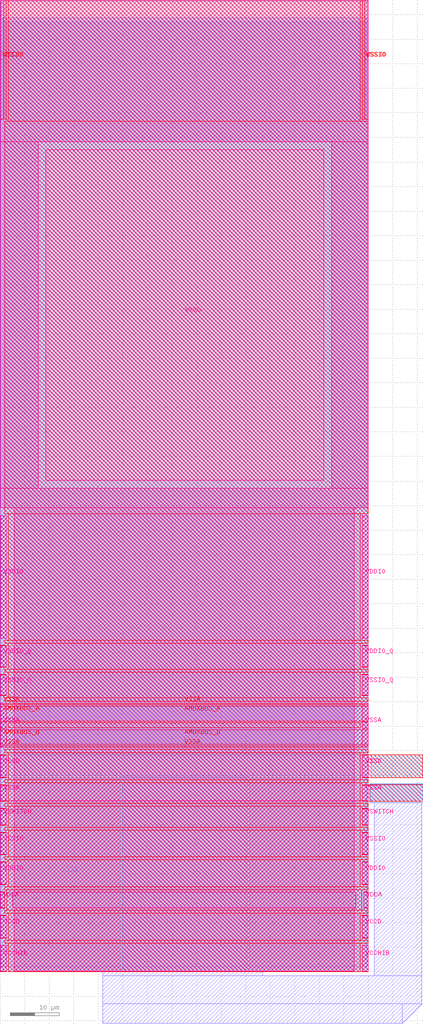
<source format=lef>
VERSION 5.7 ;
  NOWIREEXTENSIONATPIN ON ;
  DIVIDERCHAR "/" ;
  BUSBITCHARS "[]" ;
MACRO sky130_ef_io__vssd_lvc_clamped2_pad
  CLASS PAD GROUND ;
  FOREIGN sky130_ef_io__vssd_lvc_clamped2_pad ;
  ORIGIN 0.000 0.000 ;
  SIZE 75.000 BY 197.965 ;
  PIN AMUXBUS_A
    DIRECTION INOUT ;
    USE SIGNAL ;
    PORT
      LAYER met4 ;
        RECT 0.000 51.090 75.000 54.070 ;
    END
    PORT
      LAYER met4 ;
        RECT 0.000 51.090 1.270 54.070 ;
    END
  END AMUXBUS_A
  PIN AMUXBUS_B
    DIRECTION INOUT ;
    USE SIGNAL ;
    PORT
      LAYER met4 ;
        RECT 0.000 46.330 75.000 49.310 ;
    END
    PORT
      LAYER met4 ;
        RECT 0.000 46.330 1.270 49.310 ;
    END
  END AMUXBUS_B
  PIN VSSA
    DIRECTION INOUT ;
    USE GROUND ;
    PORT
      LAYER met5 ;
        RECT 73.730 45.700 75.000 54.700 ;
    END
    PORT
      LAYER met5 ;
        RECT 73.730 34.805 75.000 38.050 ;
    END
    PORT
      LAYER met5 ;
        RECT 0.000 45.700 1.270 54.700 ;
    END
    PORT
      LAYER met5 ;
        RECT 0.000 34.805 1.270 38.050 ;
    END
    PORT
      LAYER met4 ;
        RECT 73.730 49.610 75.000 50.790 ;
    END
    PORT
      LAYER met4 ;
        RECT 0.000 54.370 75.000 54.700 ;
    END
    PORT
      LAYER met4 ;
        RECT 0.000 45.700 75.000 46.030 ;
    END
    PORT
      LAYER met4 ;
        RECT 73.730 34.700 75.000 38.150 ;
    END
    PORT
      LAYER met4 ;
        RECT 0.000 45.700 1.270 46.030 ;
    END
    PORT
      LAYER met4 ;
        RECT 0.000 49.610 1.270 50.790 ;
    END
    PORT
      LAYER met4 ;
        RECT 0.000 54.370 1.270 54.700 ;
    END
    PORT
      LAYER met4 ;
        RECT 0.000 34.700 1.270 38.150 ;
    END
  END VSSA
  PIN VDDA
    DIRECTION INOUT ;
    USE POWER ;
    PORT
      LAYER met5 ;
        RECT 74.035 13.000 75.000 16.250 ;
    END
    PORT
      LAYER met5 ;
        RECT 0.000 13.000 0.965 16.250 ;
    END
    PORT
      LAYER met4 ;
        RECT 74.035 12.900 75.000 16.350 ;
    END
    PORT
      LAYER met4 ;
        RECT 0.000 12.900 0.965 16.350 ;
    END
  END VDDA
  PIN VSWITCH
    DIRECTION INOUT ;
    USE POWER ;
    PORT
      LAYER met5 ;
        RECT 73.730 29.950 75.000 33.200 ;
    END
    PORT
      LAYER met5 ;
        RECT 0.000 29.950 1.270 33.200 ;
    END
    PORT
      LAYER met4 ;
        RECT 73.730 29.850 75.000 33.300 ;
    END
    PORT
      LAYER met4 ;
        RECT 0.000 29.850 1.270 33.300 ;
    END
  END VSWITCH
  PIN VDDIO_Q
    DIRECTION INOUT ;
    USE POWER ;
    PORT
      LAYER met5 ;
        RECT 73.730 62.150 75.000 66.400 ;
    END
    PORT
      LAYER met5 ;
        RECT 0.000 62.150 1.270 66.400 ;
    END
    PORT
      LAYER met4 ;
        RECT 73.730 62.050 75.000 66.500 ;
    END
    PORT
      LAYER met4 ;
        RECT 0.000 62.050 1.270 66.500 ;
    END
  END VDDIO_Q
  PIN VCCHIB
    DIRECTION INOUT ;
    USE POWER ;
    PORT
      LAYER met5 ;
        RECT 73.730 0.100 75.000 5.350 ;
    END
    PORT
      LAYER met5 ;
        RECT 0.000 0.100 1.270 5.350 ;
    END
    PORT
      LAYER met4 ;
        RECT 73.730 0.000 75.000 5.450 ;
    END
    PORT
      LAYER met4 ;
        RECT 0.000 0.000 1.270 5.450 ;
    END
  END VCCHIB
  PIN VDDIO
    DIRECTION INOUT ;
    USE POWER ;
    PORT
      LAYER met5 ;
        RECT 73.730 68.000 75.000 92.950 ;
    END
    PORT
      LAYER met5 ;
        RECT 73.730 17.850 75.000 22.300 ;
    END
    PORT
      LAYER met5 ;
        RECT 0.000 68.000 1.270 92.950 ;
    END
    PORT
      LAYER met5 ;
        RECT 0.000 17.850 1.270 22.300 ;
    END
    PORT
      LAYER met4 ;
        RECT 73.730 17.750 75.000 22.400 ;
    END
    PORT
      LAYER met4 ;
        RECT 73.730 68.000 75.000 92.965 ;
    END
    PORT
      LAYER met4 ;
        RECT 0.000 17.750 1.270 22.400 ;
    END
    PORT
      LAYER met4 ;
        RECT 0.000 68.000 1.270 92.965 ;
    END
  END VDDIO
  PIN VCCD
    DIRECTION INOUT ;
    USE POWER ;
    PORT
      LAYER met5 ;
        RECT 73.730 6.950 75.000 11.400 ;
    END
    PORT
      LAYER met5 ;
        RECT 0.000 6.950 1.270 11.400 ;
    END
    PORT
      LAYER met4 ;
        RECT 73.730 6.850 75.000 11.500 ;
    END
    PORT
      LAYER met4 ;
        RECT 0.000 6.850 1.270 11.500 ;
    END
  END VCCD
  PIN VSSIO
    DIRECTION INOUT ;
    USE GROUND ;
    PORT
      LAYER met4 ;
        RECT 74.225 173.750 75.000 197.965 ;
    END
    PORT
      LAYER met4 ;
        RECT 0.000 173.750 0.705 197.965 ;
    END
    PORT
      LAYER met5 ;
        RECT 73.730 23.900 75.000 28.350 ;
    END
    PORT
      LAYER met5 ;
        RECT 0.000 23.900 1.270 28.350 ;
    END
    PORT
      LAYER met4 ;
        RECT 73.730 23.800 75.000 28.450 ;
    END
    PORT
      LAYER met4 ;
        RECT 73.730 173.750 75.000 197.965 ;
    END
    PORT
      LAYER met4 ;
        RECT 0.000 173.750 1.270 197.965 ;
    END
    PORT
      LAYER met4 ;
        RECT 0.000 23.800 1.270 28.450 ;
    END
  END VSSIO
  PIN VSSD
    DIRECTION INOUT ;
    USE GROUND ;
    PORT
      LAYER met5 ;
        RECT 9.315 100.105 65.955 167.535 ;
    END
    PORT
      LAYER met3 ;
        RECT 50.755 -0.035 74.700 39.565 ;
    END
    PORT
      LAYER met3 ;
        RECT 0.500 -0.035 24.500 39.565 ;
    END
    PORT
      LAYER met5 ;
        RECT 73.730 39.650 75.000 44.100 ;
    END
    PORT
      LAYER met5 ;
        RECT 0.000 39.650 1.270 44.100 ;
    END
    PORT
      LAYER met4 ;
        RECT 73.730 39.550 75.000 44.200 ;
    END
    PORT
      LAYER met4 ;
        RECT 0.000 39.550 1.270 44.200 ;
    END
  END VSSD
  PIN VSSIO_Q
    DIRECTION INOUT ;
    USE GROUND ;
    PORT
      LAYER met5 ;
        RECT 73.730 56.300 75.000 60.550 ;
    END
    PORT
      LAYER met5 ;
        RECT 0.000 56.300 1.270 60.550 ;
    END
    PORT
      LAYER met4 ;
        RECT 73.730 56.200 75.000 60.650 ;
    END
    PORT
      LAYER met4 ;
        RECT 0.000 56.200 1.270 60.650 ;
    END
  END VSSIO_Q
  OBS
      LAYER li1 ;
        RECT 0.240 0.985 74.755 197.745 ;
      LAYER met1 ;
        RECT 0.120 0.000 75.000 197.805 ;
        RECT 75.245 34.455 86.195 38.325 ;
        RECT 16.655 -0.035 25.635 0.000 ;
        POLYGON 25.635 0.000 25.670 0.000 25.635 -0.035 ;
        RECT 26.210 -0.035 27.700 0.000 ;
        POLYGON 28.235 0.000 28.270 0.000 28.270 -0.035 ;
        RECT 28.270 -0.035 56.565 0.000 ;
        RECT 20.925 -0.815 53.535 -0.035 ;
        RECT 76.200 -0.815 85.935 34.455 ;
        RECT 20.925 -6.535 85.935 -0.815 ;
        RECT 20.925 -10.535 81.935 -6.535 ;
        POLYGON 81.935 -6.535 85.935 -6.535 81.935 -10.535 ;
      LAYER met2 ;
        RECT 0.500 44.200 75.000 194.395 ;
        RECT 0.500 39.550 86.140 44.200 ;
        RECT 0.500 0.000 75.000 39.550 ;
        RECT 75.245 34.455 86.195 38.325 ;
        RECT 0.500 -0.035 20.495 0.000 ;
        RECT 20.925 -0.035 53.535 0.000 ;
        RECT 54.095 -0.035 74.700 0.000 ;
      LAYER met3 ;
        RECT 0.500 39.965 75.000 193.570 ;
        RECT 24.900 0.000 50.355 39.965 ;
        RECT 75.605 39.550 86.140 44.200 ;
        RECT 75.440 34.695 86.140 38.160 ;
        RECT 26.000 -0.035 36.880 0.000 ;
        RECT 38.380 -0.035 49.255 0.000 ;
      LAYER met4 ;
        RECT 1.670 173.350 73.330 197.965 ;
        RECT 0.965 93.365 75.000 173.350 ;
        RECT 1.670 67.600 73.330 93.365 ;
        RECT 0.965 66.900 75.000 67.600 ;
        RECT 1.670 61.650 73.330 66.900 ;
        RECT 0.965 61.050 75.000 61.650 ;
        RECT 1.670 55.800 73.330 61.050 ;
        RECT 0.965 55.100 75.000 55.800 ;
        RECT 1.670 49.710 73.330 50.690 ;
        RECT 0.965 44.600 75.000 45.300 ;
        RECT 1.670 39.150 73.330 44.600 ;
        RECT 75.000 39.550 86.140 44.200 ;
        RECT 0.965 38.550 75.000 39.150 ;
        RECT 1.670 34.300 73.330 38.550 ;
        RECT 75.000 34.700 86.165 38.150 ;
        RECT 0.965 33.700 75.000 34.300 ;
        RECT 1.670 29.450 73.330 33.700 ;
        RECT 0.965 28.850 75.000 29.450 ;
        RECT 1.670 23.400 73.330 28.850 ;
        RECT 0.965 22.800 75.000 23.400 ;
        RECT 1.670 17.350 73.330 22.800 ;
        RECT 0.965 16.750 75.000 17.350 ;
        RECT 1.365 12.500 73.635 16.750 ;
        RECT 0.965 11.900 75.000 12.500 ;
        RECT 1.670 6.450 73.330 11.900 ;
        RECT 0.965 5.850 75.000 6.450 ;
        RECT 1.670 0.000 73.330 5.850 ;
      LAYER met5 ;
        RECT 0.000 169.135 75.000 197.965 ;
        RECT 0.000 98.505 7.715 169.135 ;
        RECT 67.555 98.505 75.000 169.135 ;
        RECT 0.000 94.550 75.000 98.505 ;
        RECT 2.870 34.805 72.130 94.550 ;
        RECT 0.000 34.800 75.000 34.805 ;
        RECT 2.870 16.250 72.130 34.800 ;
        RECT 2.565 13.000 72.435 16.250 ;
        RECT 2.870 0.100 72.130 13.000 ;
  END
END sky130_ef_io__vssd_lvc_clamped2_pad
END LIBRARY


</source>
